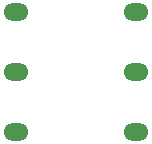
<source format=gbs>
G04*
G04 #@! TF.GenerationSoftware,Altium Limited,Altium Designer,24.6.1 (21)*
G04*
G04 Layer_Color=8150272*
%FSLAX25Y25*%
%MOIN*%
G70*
G04*
G04 #@! TF.SameCoordinates,92C08AAC-CC59-47DC-8000-F7C2F8DBA572*
G04*
G04*
G04 #@! TF.FilePolarity,Negative*
G04*
G01*
G75*
%ADD19O,0.08300X0.05800*%
D19*
X5000Y5000D02*
D03*
X45000Y45000D02*
D03*
X5000D02*
D03*
X45000Y5000D02*
D03*
X5000Y25000D02*
D03*
X45000D02*
D03*
M02*

</source>
